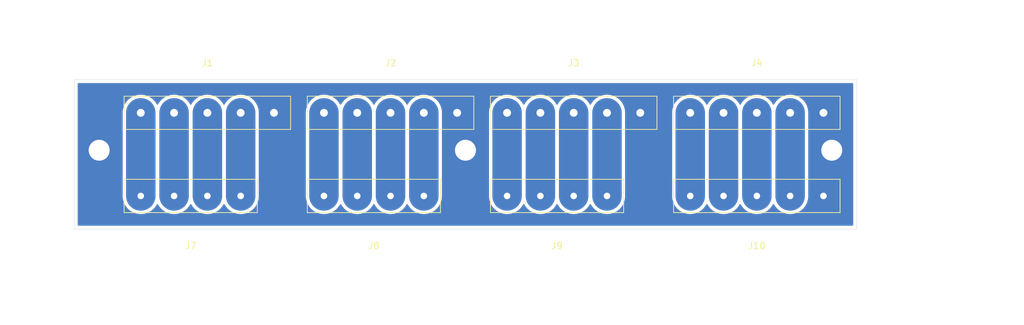
<source format=kicad_pcb>
(kicad_pcb (version 20171130) (host pcbnew "(5.1.6)-1")

  (general
    (thickness 1.6)
    (drawings 13)
    (tracks 19)
    (zones 0)
    (modules 8)
    (nets 18)
  )

  (page A4)
  (layers
    (0 F.Cu signal)
    (31 B.Cu signal)
    (32 B.Adhes user)
    (33 F.Adhes user)
    (34 B.Paste user)
    (35 F.Paste user)
    (36 B.SilkS user)
    (37 F.SilkS user)
    (38 B.Mask user)
    (39 F.Mask user)
    (40 Dwgs.User user)
    (41 Cmts.User user)
    (42 Eco1.User user)
    (43 Eco2.User user)
    (44 Edge.Cuts user)
    (45 Margin user)
    (46 B.CrtYd user)
    (47 F.CrtYd user)
    (48 B.Fab user)
    (49 F.Fab user)
  )

  (setup
    (last_trace_width 0.25)
    (user_trace_width 2.2)
    (user_trace_width 4.5)
    (trace_clearance 0.2)
    (zone_clearance 0.508)
    (zone_45_only no)
    (trace_min 0.2)
    (via_size 0.8)
    (via_drill 0.4)
    (via_min_size 0.4)
    (via_min_drill 0.3)
    (user_via 5 3.2)
    (uvia_size 0.3)
    (uvia_drill 0.1)
    (uvias_allowed no)
    (uvia_min_size 0.2)
    (uvia_min_drill 0.1)
    (edge_width 0.05)
    (segment_width 0.2)
    (pcb_text_width 0.3)
    (pcb_text_size 1.5 1.5)
    (mod_edge_width 0.12)
    (mod_text_size 1 1)
    (mod_text_width 0.15)
    (pad_size 3 3)
    (pad_drill 1)
    (pad_to_mask_clearance 0.05)
    (aux_axis_origin 0 0)
    (visible_elements 7FFFFFFF)
    (pcbplotparams
      (layerselection 0x00000_fffffffe)
      (usegerberextensions false)
      (usegerberattributes true)
      (usegerberadvancedattributes true)
      (creategerberjobfile true)
      (excludeedgelayer true)
      (linewidth 0.100000)
      (plotframeref false)
      (viasonmask false)
      (mode 1)
      (useauxorigin false)
      (hpglpennumber 1)
      (hpglpenspeed 20)
      (hpglpendiameter 15.000000)
      (psnegative false)
      (psa4output false)
      (plotreference true)
      (plotvalue true)
      (plotinvisibletext false)
      (padsonsilk false)
      (subtractmaskfromsilk false)
      (outputformat 1)
      (mirror false)
      (drillshape 0)
      (scaleselection 1)
      (outputdirectory "plot_big/"))
  )

  (net 0 "")
  (net 1 "Net-(J1-Pad1)")
  (net 2 "Net-(J1-Pad2)")
  (net 3 "Net-(J1-Pad3)")
  (net 4 "Net-(J1-Pad4)")
  (net 5 "Net-(J2-Pad4)")
  (net 6 "Net-(J2-Pad3)")
  (net 7 "Net-(J2-Pad2)")
  (net 8 "Net-(J2-Pad1)")
  (net 9 "Net-(J3-Pad1)")
  (net 10 "Net-(J3-Pad2)")
  (net 11 "Net-(J3-Pad3)")
  (net 12 "Net-(J3-Pad4)")
  (net 13 "Net-(J10-Pad2)")
  (net 14 "Net-(J10-Pad3)")
  (net 15 "Net-(J10-Pad4)")
  (net 16 GND)
  (net 17 "Net-(J10-Pad5)")

  (net_class Default "This is the default net class."
    (clearance 0.2)
    (trace_width 0.25)
    (via_dia 0.8)
    (via_drill 0.4)
    (uvia_dia 0.3)
    (uvia_drill 0.1)
    (add_net GND)
    (add_net "Net-(J1-Pad1)")
    (add_net "Net-(J1-Pad2)")
    (add_net "Net-(J1-Pad3)")
    (add_net "Net-(J1-Pad4)")
    (add_net "Net-(J10-Pad2)")
    (add_net "Net-(J10-Pad3)")
    (add_net "Net-(J10-Pad4)")
    (add_net "Net-(J10-Pad5)")
    (add_net "Net-(J2-Pad1)")
    (add_net "Net-(J2-Pad2)")
    (add_net "Net-(J2-Pad3)")
    (add_net "Net-(J2-Pad4)")
    (add_net "Net-(J3-Pad1)")
    (add_net "Net-(J3-Pad2)")
    (add_net "Net-(J3-Pad3)")
    (add_net "Net-(J3-Pad4)")
  )

  (module cnc3018-PCB:big_4pin (layer F.Cu) (tedit 62433B71) (tstamp 624395C7)
    (at 17.78 -5.08 180)
    (path /6243E197)
    (fp_text reference J7 (at 0 -7.62) (layer F.SilkS)
      (effects (font (size 1 1) (thickness 0.15)))
    )
    (fp_text value Conn_01x04 (at 0 -5.08) (layer F.Fab)
      (effects (font (size 1 1) (thickness 0.15)))
    )
    (fp_line (start -10.16 -2.54) (end -10.16 2.54) (layer F.SilkS) (width 0.12))
    (fp_line (start -10.16 2.54) (end 10.16 2.54) (layer F.SilkS) (width 0.12))
    (fp_line (start 10.16 2.54) (end 10.16 -2.54) (layer F.SilkS) (width 0.12))
    (fp_line (start 10.16 -2.54) (end -10.16 -2.54) (layer F.SilkS) (width 0.12))
    (pad 4 thru_hole circle (at 7.62 0 180) (size 3 3) (drill 1) (layers *.Cu *.Mask)
      (net 1 "Net-(J1-Pad1)"))
    (pad 3 thru_hole circle (at 2.54 0 180) (size 3 3) (drill 1) (layers *.Cu *.Mask)
      (net 2 "Net-(J1-Pad2)"))
    (pad 2 thru_hole circle (at -2.54 0 180) (size 3 3) (drill 1) (layers *.Cu *.Mask)
      (net 3 "Net-(J1-Pad3)"))
    (pad 1 thru_hole circle (at -7.62 0 180) (size 3 3) (drill 1) (layers *.Cu *.Mask)
      (net 4 "Net-(J1-Pad4)"))
  )

  (module cnc3018-PCB:big_4pin (layer F.Cu) (tedit 6243318B) (tstamp 624395D3)
    (at 45.72 -5.08 180)
    (path /6243E731)
    (fp_text reference J8 (at 0 -7.62) (layer F.SilkS)
      (effects (font (size 1 1) (thickness 0.15)))
    )
    (fp_text value Conn_01x04 (at 0 -5.08) (layer F.Fab)
      (effects (font (size 1 1) (thickness 0.15)))
    )
    (fp_line (start 10.16 -2.54) (end -10.16 -2.54) (layer F.SilkS) (width 0.12))
    (fp_line (start 10.16 2.54) (end 10.16 -2.54) (layer F.SilkS) (width 0.12))
    (fp_line (start -10.16 2.54) (end 10.16 2.54) (layer F.SilkS) (width 0.12))
    (fp_line (start -10.16 -2.54) (end -10.16 2.54) (layer F.SilkS) (width 0.12))
    (pad 1 thru_hole circle (at -7.62 0 180) (size 3 3) (drill 1) (layers *.Cu *.Mask)
      (net 5 "Net-(J2-Pad4)"))
    (pad 2 thru_hole circle (at -2.54 0 180) (size 3 3) (drill 1) (layers *.Cu *.Mask)
      (net 6 "Net-(J2-Pad3)"))
    (pad 3 thru_hole circle (at 2.54 0 180) (size 3 3) (drill 1) (layers *.Cu *.Mask)
      (net 7 "Net-(J2-Pad2)"))
    (pad 4 thru_hole circle (at 7.62 0 180) (size 3 3) (drill 1) (layers *.Cu *.Mask)
      (net 8 "Net-(J2-Pad1)"))
  )

  (module cnc3018-PCB:big_4pin (layer F.Cu) (tedit 6243318B) (tstamp 624395DF)
    (at 73.66 -5.08 180)
    (path /6243EC61)
    (fp_text reference J9 (at 0 -7.62) (layer F.SilkS)
      (effects (font (size 1 1) (thickness 0.15)))
    )
    (fp_text value Conn_01x04 (at 0 -5.08) (layer F.Fab)
      (effects (font (size 1 1) (thickness 0.15)))
    )
    (fp_line (start -10.16 -2.54) (end -10.16 2.54) (layer F.SilkS) (width 0.12))
    (fp_line (start -10.16 2.54) (end 10.16 2.54) (layer F.SilkS) (width 0.12))
    (fp_line (start 10.16 2.54) (end 10.16 -2.54) (layer F.SilkS) (width 0.12))
    (fp_line (start 10.16 -2.54) (end -10.16 -2.54) (layer F.SilkS) (width 0.12))
    (pad 4 thru_hole circle (at 7.62 0 180) (size 3 3) (drill 1) (layers *.Cu *.Mask)
      (net 9 "Net-(J3-Pad1)"))
    (pad 3 thru_hole circle (at 2.54 0 180) (size 3 3) (drill 1) (layers *.Cu *.Mask)
      (net 10 "Net-(J3-Pad2)"))
    (pad 2 thru_hole circle (at -2.54 0 180) (size 3 3) (drill 1) (layers *.Cu *.Mask)
      (net 11 "Net-(J3-Pad3)"))
    (pad 1 thru_hole circle (at -7.62 0 180) (size 3 3) (drill 1) (layers *.Cu *.Mask)
      (net 12 "Net-(J3-Pad4)"))
  )

  (module cnc3018-PCB:big_5pin (layer F.Cu) (tedit 627947AE) (tstamp 62793970)
    (at 20.32 -17.78)
    (path /6279C21D)
    (fp_text reference J1 (at 0 -7.62) (layer F.SilkS)
      (effects (font (size 1 1) (thickness 0.15)))
    )
    (fp_text value Conn_01x05 (at 0 -5.08) (layer F.Fab)
      (effects (font (size 1 1) (thickness 0.15)))
    )
    (fp_line (start -12.7 -2.54) (end -12.7 2.54) (layer F.SilkS) (width 0.12))
    (fp_line (start -12.7 2.54) (end 12.7 2.54) (layer F.SilkS) (width 0.12))
    (fp_line (start 12.7 2.54) (end 12.7 -2.54) (layer F.SilkS) (width 0.12))
    (fp_line (start 12.7 -2.54) (end -12.7 -2.54) (layer F.SilkS) (width 0.12))
    (pad 5 thru_hole circle (at 10.16 0) (size 3 3) (drill 1.2) (layers *.Cu *.Mask)
      (net 16 GND))
    (pad 4 thru_hole circle (at 5.08 0) (size 3 3) (drill 1.2) (layers *.Cu *.Mask)
      (net 4 "Net-(J1-Pad4)"))
    (pad 3 thru_hole circle (at 0 0) (size 3 3) (drill 1.2) (layers *.Cu *.Mask)
      (net 3 "Net-(J1-Pad3)"))
    (pad 2 thru_hole circle (at -5.08 0) (size 3 3) (drill 1.2) (layers *.Cu *.Mask)
      (net 2 "Net-(J1-Pad2)"))
    (pad 1 thru_hole circle (at -10.16 0) (size 3 3) (drill 1.2) (layers *.Cu *.Mask)
      (net 1 "Net-(J1-Pad1)"))
  )

  (module cnc3018-PCB:big_5pin (layer F.Cu) (tedit 6243316F) (tstamp 6279397D)
    (at 48.26 -17.78)
    (path /6279C86C)
    (fp_text reference J2 (at 0 -7.62) (layer F.SilkS)
      (effects (font (size 1 1) (thickness 0.15)))
    )
    (fp_text value Conn_01x05 (at 0 -5.08) (layer F.Fab)
      (effects (font (size 1 1) (thickness 0.15)))
    )
    (fp_line (start 12.7 -2.54) (end -12.7 -2.54) (layer F.SilkS) (width 0.12))
    (fp_line (start 12.7 2.54) (end 12.7 -2.54) (layer F.SilkS) (width 0.12))
    (fp_line (start -12.7 2.54) (end 12.7 2.54) (layer F.SilkS) (width 0.12))
    (fp_line (start -12.7 -2.54) (end -12.7 2.54) (layer F.SilkS) (width 0.12))
    (pad 1 thru_hole circle (at -10.16 0) (size 3 3) (drill 1.2) (layers *.Cu *.Mask)
      (net 8 "Net-(J2-Pad1)"))
    (pad 2 thru_hole circle (at -5.08 0) (size 3 3) (drill 1.2) (layers *.Cu *.Mask)
      (net 7 "Net-(J2-Pad2)"))
    (pad 3 thru_hole circle (at 0 0) (size 3 3) (drill 1.2) (layers *.Cu *.Mask)
      (net 6 "Net-(J2-Pad3)"))
    (pad 4 thru_hole circle (at 5.08 0) (size 3 3) (drill 1.2) (layers *.Cu *.Mask)
      (net 5 "Net-(J2-Pad4)"))
    (pad 5 thru_hole circle (at 10.16 0) (size 3 3) (drill 1.2) (layers *.Cu *.Mask)
      (net 16 GND))
  )

  (module cnc3018-PCB:big_5pin (layer F.Cu) (tedit 6243316F) (tstamp 6279398A)
    (at 76.2 -17.78)
    (path /6279D540)
    (fp_text reference J3 (at 0 -7.62) (layer F.SilkS)
      (effects (font (size 1 1) (thickness 0.15)))
    )
    (fp_text value Conn_01x05 (at 0 -5.08) (layer F.Fab)
      (effects (font (size 1 1) (thickness 0.15)))
    )
    (fp_line (start -12.7 -2.54) (end -12.7 2.54) (layer F.SilkS) (width 0.12))
    (fp_line (start -12.7 2.54) (end 12.7 2.54) (layer F.SilkS) (width 0.12))
    (fp_line (start 12.7 2.54) (end 12.7 -2.54) (layer F.SilkS) (width 0.12))
    (fp_line (start 12.7 -2.54) (end -12.7 -2.54) (layer F.SilkS) (width 0.12))
    (pad 5 thru_hole circle (at 10.16 0) (size 3 3) (drill 1.2) (layers *.Cu *.Mask)
      (net 16 GND))
    (pad 4 thru_hole circle (at 5.08 0) (size 3 3) (drill 1.2) (layers *.Cu *.Mask)
      (net 12 "Net-(J3-Pad4)"))
    (pad 3 thru_hole circle (at 0 0) (size 3 3) (drill 1.2) (layers *.Cu *.Mask)
      (net 11 "Net-(J3-Pad3)"))
    (pad 2 thru_hole circle (at -5.08 0) (size 3 3) (drill 1.2) (layers *.Cu *.Mask)
      (net 10 "Net-(J3-Pad2)"))
    (pad 1 thru_hole circle (at -10.16 0) (size 3 3) (drill 1.2) (layers *.Cu *.Mask)
      (net 9 "Net-(J3-Pad1)"))
  )

  (module cnc3018-PCB:big_5pin (layer F.Cu) (tedit 6243316F) (tstamp 62793997)
    (at 104.14 -17.78)
    (path /6279D69E)
    (fp_text reference J4 (at 0 -7.62) (layer F.SilkS)
      (effects (font (size 1 1) (thickness 0.15)))
    )
    (fp_text value Conn_01x05 (at 0 -5.08) (layer F.Fab)
      (effects (font (size 1 1) (thickness 0.15)))
    )
    (fp_line (start 12.7 -2.54) (end -12.7 -2.54) (layer F.SilkS) (width 0.12))
    (fp_line (start 12.7 2.54) (end 12.7 -2.54) (layer F.SilkS) (width 0.12))
    (fp_line (start -12.7 2.54) (end 12.7 2.54) (layer F.SilkS) (width 0.12))
    (fp_line (start -12.7 -2.54) (end -12.7 2.54) (layer F.SilkS) (width 0.12))
    (pad 1 thru_hole circle (at -10.16 0) (size 3 3) (drill 1.2) (layers *.Cu *.Mask)
      (net 17 "Net-(J10-Pad5)"))
    (pad 2 thru_hole circle (at -5.08 0) (size 3 3) (drill 1.2) (layers *.Cu *.Mask)
      (net 15 "Net-(J10-Pad4)"))
    (pad 3 thru_hole circle (at 0 0) (size 3 3) (drill 1.2) (layers *.Cu *.Mask)
      (net 14 "Net-(J10-Pad3)"))
    (pad 4 thru_hole circle (at 5.08 0) (size 3 3) (drill 1.2) (layers *.Cu *.Mask)
      (net 13 "Net-(J10-Pad2)"))
    (pad 5 thru_hole circle (at 10.16 0) (size 3 3) (drill 1.2) (layers *.Cu *.Mask)
      (net 16 GND))
  )

  (module cnc3018-PCB:big_5pin (layer F.Cu) (tedit 6243316F) (tstamp 62794BE5)
    (at 104.14 -5.08 180)
    (path /627C5BAF)
    (fp_text reference J10 (at 0 -7.62) (layer F.SilkS)
      (effects (font (size 1 1) (thickness 0.15)))
    )
    (fp_text value Conn_01x05 (at 0 -5.08) (layer F.Fab)
      (effects (font (size 1 1) (thickness 0.15)))
    )
    (fp_line (start -12.7 -2.54) (end -12.7 2.54) (layer F.SilkS) (width 0.12))
    (fp_line (start -12.7 2.54) (end 12.7 2.54) (layer F.SilkS) (width 0.12))
    (fp_line (start 12.7 2.54) (end 12.7 -2.54) (layer F.SilkS) (width 0.12))
    (fp_line (start 12.7 -2.54) (end -12.7 -2.54) (layer F.SilkS) (width 0.12))
    (pad 5 thru_hole circle (at 10.16 0 180) (size 3 3) (drill 1) (layers *.Cu *.Mask)
      (net 17 "Net-(J10-Pad5)"))
    (pad 4 thru_hole circle (at 5.08 0 180) (size 3 3) (drill 1) (layers *.Cu *.Mask)
      (net 15 "Net-(J10-Pad4)"))
    (pad 3 thru_hole circle (at 0 0 180) (size 3 3) (drill 1) (layers *.Cu *.Mask)
      (net 14 "Net-(J10-Pad3)"))
    (pad 2 thru_hole circle (at -5.08 0 180) (size 3 3) (drill 1) (layers *.Cu *.Mask)
      (net 13 "Net-(J10-Pad2)"))
    (pad 1 thru_hole circle (at -10.16 0 180) (size 3 3) (drill 1) (layers *.Cu *.Mask)
      (net 16 GND))
  )

  (dimension 27.94 (width 0.15) (layer Dwgs.User)
    (gr_text "27.940 mm" (at 24.13 8.92) (layer Dwgs.User)
      (effects (font (size 1 1) (thickness 0.15)))
    )
    (feature1 (pts (xy 10.16 -5.08) (xy 10.16 8.206421)))
    (feature2 (pts (xy 38.1 -5.08) (xy 38.1 8.206421)))
    (crossbar (pts (xy 38.1 7.62) (xy 10.16 7.62)))
    (arrow1a (pts (xy 10.16 7.62) (xy 11.286504 7.033579)))
    (arrow1b (pts (xy 10.16 7.62) (xy 11.286504 8.206421)))
    (arrow2a (pts (xy 38.1 7.62) (xy 36.973496 7.033579)))
    (arrow2b (pts (xy 38.1 7.62) (xy 36.973496 8.206421)))
  )
  (dimension 5.08 (width 0.15) (layer Dwgs.User)
    (gr_text "5.080 mm" (at -7.65 -20.32 90) (layer Dwgs.User)
      (effects (font (size 1 1) (thickness 0.15)))
    )
    (feature1 (pts (xy 10.16 -22.86) (xy -6.936421 -22.86)))
    (feature2 (pts (xy 10.16 -17.78) (xy -6.936421 -17.78)))
    (crossbar (pts (xy -6.35 -17.78) (xy -6.35 -22.86)))
    (arrow1a (pts (xy -6.35 -22.86) (xy -5.763579 -21.733496)))
    (arrow1b (pts (xy -6.35 -22.86) (xy -6.936421 -21.733496)))
    (arrow2a (pts (xy -6.35 -17.78) (xy -5.763579 -18.906504)))
    (arrow2b (pts (xy -6.35 -17.78) (xy -6.936421 -18.906504)))
  )
  (dimension 10.16 (width 0.15) (layer Dwgs.User)
    (gr_text "10.160 mm" (at 5.08 7.65) (layer Dwgs.User)
      (effects (font (size 1 1) (thickness 0.15)))
    )
    (feature1 (pts (xy 0 -17.78) (xy 0 6.936421)))
    (feature2 (pts (xy 10.16 -17.78) (xy 10.16 6.936421)))
    (crossbar (pts (xy 10.16 6.35) (xy 0 6.35)))
    (arrow1a (pts (xy 0 6.35) (xy 1.126504 5.763579)))
    (arrow1b (pts (xy 0 6.35) (xy 1.126504 6.936421)))
    (arrow2a (pts (xy 10.16 6.35) (xy 9.033496 5.763579)))
    (arrow2b (pts (xy 10.16 6.35) (xy 9.033496 6.936421)))
  )
  (dimension 55.88 (width 0.15) (layer Dwgs.User)
    (gr_text "55.880 mm" (at 31.75 -34.32) (layer Dwgs.User)
      (effects (font (size 1 1) (thickness 0.15)))
    )
    (feature1 (pts (xy 59.69 -11.43) (xy 59.69 -33.606421)))
    (feature2 (pts (xy 3.81 -11.43) (xy 3.81 -33.606421)))
    (crossbar (pts (xy 3.81 -33.02) (xy 59.69 -33.02)))
    (arrow1a (pts (xy 59.69 -33.02) (xy 58.563496 -32.433579)))
    (arrow1b (pts (xy 59.69 -33.02) (xy 58.563496 -33.606421)))
    (arrow2a (pts (xy 3.81 -33.02) (xy 4.936504 -32.433579)))
    (arrow2b (pts (xy 3.81 -33.02) (xy 4.936504 -33.606421)))
  )
  (dimension 3.81 (width 0.15) (layer Dwgs.User)
    (gr_text "3.810 mm" (at 1.905 -34.32) (layer Dwgs.User)
      (effects (font (size 1 1) (thickness 0.15)))
    )
    (feature1 (pts (xy 0 -11.43) (xy 0 -33.606421)))
    (feature2 (pts (xy 3.81 -11.43) (xy 3.81 -33.606421)))
    (crossbar (pts (xy 3.81 -33.02) (xy 0 -33.02)))
    (arrow1a (pts (xy 0 -33.02) (xy 1.126504 -33.606421)))
    (arrow1b (pts (xy 0 -33.02) (xy 1.126504 -32.433579)))
    (arrow2a (pts (xy 3.81 -33.02) (xy 2.683496 -33.606421)))
    (arrow2b (pts (xy 3.81 -33.02) (xy 2.683496 -32.433579)))
  )
  (dimension 3.81 (width 0.15) (layer Dwgs.User)
    (gr_text "3.810 mm" (at 117.475 -29.24) (layer Dwgs.User)
      (effects (font (size 1 1) (thickness 0.15)))
    )
    (feature1 (pts (xy 119.38 -11.43) (xy 119.38 -28.526421)))
    (feature2 (pts (xy 115.57 -11.43) (xy 115.57 -28.526421)))
    (crossbar (pts (xy 115.57 -27.94) (xy 119.38 -27.94)))
    (arrow1a (pts (xy 119.38 -27.94) (xy 118.253496 -27.353579)))
    (arrow1b (pts (xy 119.38 -27.94) (xy 118.253496 -28.526421)))
    (arrow2a (pts (xy 115.57 -27.94) (xy 116.696504 -27.353579)))
    (arrow2b (pts (xy 115.57 -27.94) (xy 116.696504 -28.526421)))
  )
  (dimension 12.065 (width 0.15) (layer Dwgs.User)
    (gr_text "12.065 mm" (at 127.03 -6.0325 270) (layer Dwgs.User)
      (effects (font (size 1 1) (thickness 0.15)))
    )
    (feature1 (pts (xy 115.57 0) (xy 126.316421 0)))
    (feature2 (pts (xy 115.57 -12.065) (xy 126.316421 -12.065)))
    (crossbar (pts (xy 125.73 -12.065) (xy 125.73 0)))
    (arrow1a (pts (xy 125.73 0) (xy 125.143579 -1.126504)))
    (arrow1b (pts (xy 125.73 0) (xy 126.316421 -1.126504)))
    (arrow2a (pts (xy 125.73 -12.065) (xy 125.143579 -10.938496)))
    (arrow2b (pts (xy 125.73 -12.065) (xy 126.316421 -10.938496)))
  )
  (dimension 119.38 (width 0.15) (layer Dwgs.User)
    (gr_text "119.380 mm" (at 59.69 15.27) (layer Dwgs.User)
      (effects (font (size 1 1) (thickness 0.15)))
    )
    (feature1 (pts (xy 119.38 0) (xy 119.38 14.556421)))
    (feature2 (pts (xy 0 0) (xy 0 14.556421)))
    (crossbar (pts (xy 0 13.97) (xy 119.38 13.97)))
    (arrow1a (pts (xy 119.38 13.97) (xy 118.253496 14.556421)))
    (arrow1b (pts (xy 119.38 13.97) (xy 118.253496 13.383579)))
    (arrow2a (pts (xy 0 13.97) (xy 1.126504 14.556421)))
    (arrow2b (pts (xy 0 13.97) (xy 1.126504 13.383579)))
  )
  (dimension 22.86 (width 0.15) (layer Dwgs.User)
    (gr_text "22.860 mm" (at 143.54 -11.43 270) (layer Dwgs.User)
      (effects (font (size 1 1) (thickness 0.15)))
    )
    (feature1 (pts (xy 119.38 0) (xy 142.826421 0)))
    (feature2 (pts (xy 119.38 -22.86) (xy 142.826421 -22.86)))
    (crossbar (pts (xy 142.24 -22.86) (xy 142.24 0)))
    (arrow1a (pts (xy 142.24 0) (xy 141.653579 -1.126504)))
    (arrow1b (pts (xy 142.24 0) (xy 142.826421 -1.126504)))
    (arrow2a (pts (xy 142.24 -22.86) (xy 141.653579 -21.733496)))
    (arrow2b (pts (xy 142.24 -22.86) (xy 142.826421 -21.733496)))
  )
  (gr_line (start 119.38 -22.86) (end 0 -22.86) (layer Edge.Cuts) (width 0.05) (tstamp 62439A9A))
  (gr_line (start 119.38 0) (end 119.38 -22.86) (layer Edge.Cuts) (width 0.05))
  (gr_line (start 0 0) (end 119.38 0) (layer Edge.Cuts) (width 0.05))
  (gr_line (start 0 -22.86) (end 0 0) (layer Edge.Cuts) (width 0.05))

  (segment (start 10.16 -17.78) (end 10.16 -5.08) (width 4.5) (layer B.Cu) (net 1))
  (segment (start 15.24 -17.78) (end 15.24 -5.08) (width 4.5) (layer B.Cu) (net 2))
  (segment (start 20.32 -17.78) (end 20.32 -5.08) (width 4.5) (layer B.Cu) (net 3))
  (segment (start 25.4 -17.78) (end 25.4 -5.08) (width 4.5) (layer B.Cu) (net 4))
  (segment (start 53.34 -17.78) (end 53.34 -5.08) (width 4.5) (layer B.Cu) (net 5))
  (segment (start 48.26 -17.78) (end 48.26 -5.08) (width 4.5) (layer B.Cu) (net 6))
  (segment (start 43.18 -17.78) (end 43.18 -5.08) (width 4.5) (layer B.Cu) (net 7))
  (segment (start 38.1 -17.78) (end 38.1 -5.08) (width 4.5) (layer B.Cu) (net 8))
  (segment (start 66.04 -17.78) (end 66.04 -5.08) (width 4.5) (layer B.Cu) (net 9))
  (segment (start 71.12 -17.78) (end 71.12 -5.08) (width 4.5) (layer B.Cu) (net 10))
  (segment (start 76.2 -17.78) (end 76.2 -5.08) (width 4.5) (layer B.Cu) (net 11))
  (segment (start 81.28 -17.78) (end 81.28 -5.08) (width 4.5) (layer B.Cu) (net 12))
  (segment (start 109.22 -17.78) (end 109.22 -5.08) (width 4.5) (layer B.Cu) (net 13))
  (segment (start 104.14 -17.78) (end 104.14 -5.08) (width 4.5) (layer B.Cu) (net 14))
  (segment (start 99.06 -17.78) (end 99.06 -5.08) (width 4.5) (layer B.Cu) (net 15))
  (segment (start 93.98 -17.78) (end 93.98 -5.08) (width 4.5) (layer B.Cu) (net 17))
  (via (at 3.81 -12.065) (size 5) (drill 3.2) (layers F.Cu B.Cu) (net 16))
  (via (at 59.69 -12.065) (size 5) (drill 3.2) (layers F.Cu B.Cu) (net 16))
  (via (at 115.57 -12.065) (size 5) (drill 3.2) (layers F.Cu B.Cu) (net 16))

  (zone (net 16) (net_name GND) (layer B.Cu) (tstamp 627954F9) (hatch edge 0.508)
    (connect_pads yes (clearance 0.508))
    (min_thickness 0.254)
    (fill yes (arc_segments 32) (thermal_gap 0.3) (thermal_bridge_width 0.3))
    (polygon
      (pts
        (xy 119.38 0) (xy 0 0) (xy 0 -22.86) (xy 119.38 -22.86)
      )
    )
    (filled_polygon
      (pts
        (xy 118.72 -0.66) (xy 0.66 -0.66) (xy 0.66 -17.921726) (xy 7.275 -17.921726) (xy 7.275001 -4.938273)
        (xy 7.316745 -4.514441) (xy 7.481712 -3.970616) (xy 7.749605 -3.469425) (xy 8.110127 -3.030126) (xy 8.549426 -2.669604)
        (xy 9.050617 -2.401711) (xy 9.594442 -2.236744) (xy 10.16 -2.181041) (xy 10.725559 -2.236744) (xy 11.269384 -2.401711)
        (xy 11.770575 -2.669604) (xy 12.209874 -3.030126) (xy 12.570396 -3.469425) (xy 12.700001 -3.711897) (xy 12.829605 -3.469425)
        (xy 13.190127 -3.030126) (xy 13.629426 -2.669604) (xy 14.130617 -2.401711) (xy 14.674442 -2.236744) (xy 15.24 -2.181041)
        (xy 15.805559 -2.236744) (xy 16.349384 -2.401711) (xy 16.850575 -2.669604) (xy 17.289874 -3.030126) (xy 17.650396 -3.469425)
        (xy 17.780001 -3.711897) (xy 17.909605 -3.469425) (xy 18.270127 -3.030126) (xy 18.709426 -2.669604) (xy 19.210617 -2.401711)
        (xy 19.754442 -2.236744) (xy 20.32 -2.181041) (xy 20.885559 -2.236744) (xy 21.429384 -2.401711) (xy 21.930575 -2.669604)
        (xy 22.369874 -3.030126) (xy 22.730396 -3.469425) (xy 22.860001 -3.711897) (xy 22.989605 -3.469425) (xy 23.350127 -3.030126)
        (xy 23.789426 -2.669604) (xy 24.290617 -2.401711) (xy 24.834442 -2.236744) (xy 25.4 -2.181041) (xy 25.965559 -2.236744)
        (xy 26.509384 -2.401711) (xy 27.010575 -2.669604) (xy 27.449874 -3.030126) (xy 27.810396 -3.469425) (xy 28.078289 -3.970616)
        (xy 28.243256 -4.514441) (xy 28.285 -4.938273) (xy 28.285 -17.921726) (xy 35.215 -17.921726) (xy 35.215001 -4.938273)
        (xy 35.256745 -4.514441) (xy 35.421712 -3.970616) (xy 35.689605 -3.469425) (xy 36.050127 -3.030126) (xy 36.489426 -2.669604)
        (xy 36.990617 -2.401711) (xy 37.534442 -2.236744) (xy 38.1 -2.181041) (xy 38.665559 -2.236744) (xy 39.209384 -2.401711)
        (xy 39.710575 -2.669604) (xy 40.149874 -3.030126) (xy 40.510396 -3.469425) (xy 40.640001 -3.711897) (xy 40.769605 -3.469425)
        (xy 41.130127 -3.030126) (xy 41.569426 -2.669604) (xy 42.070617 -2.401711) (xy 42.614442 -2.236744) (xy 43.18 -2.181041)
        (xy 43.745559 -2.236744) (xy 44.289384 -2.401711) (xy 44.790575 -2.669604) (xy 45.229874 -3.030126) (xy 45.590396 -3.469425)
        (xy 45.720001 -3.711897) (xy 45.849605 -3.469425) (xy 46.210127 -3.030126) (xy 46.649426 -2.669604) (xy 47.150617 -2.401711)
        (xy 47.694442 -2.236744) (xy 48.26 -2.181041) (xy 48.825559 -2.236744) (xy 49.369384 -2.401711) (xy 49.870575 -2.669604)
        (xy 50.309874 -3.030126) (xy 50.670396 -3.469425) (xy 50.800001 -3.711897) (xy 50.929605 -3.469425) (xy 51.290127 -3.030126)
        (xy 51.729426 -2.669604) (xy 52.230617 -2.401711) (xy 52.774442 -2.236744) (xy 53.34 -2.181041) (xy 53.905559 -2.236744)
        (xy 54.449384 -2.401711) (xy 54.950575 -2.669604) (xy 55.389874 -3.030126) (xy 55.750396 -3.469425) (xy 56.018289 -3.970616)
        (xy 56.183256 -4.514441) (xy 56.225 -4.938273) (xy 56.225 -17.921726) (xy 63.155 -17.921726) (xy 63.155001 -4.938273)
        (xy 63.196745 -4.514441) (xy 63.361712 -3.970616) (xy 63.629605 -3.469425) (xy 63.990127 -3.030126) (xy 64.429426 -2.669604)
        (xy 64.930617 -2.401711) (xy 65.474442 -2.236744) (xy 66.04 -2.181041) (xy 66.605559 -2.236744) (xy 67.149384 -2.401711)
        (xy 67.650575 -2.669604) (xy 68.089874 -3.030126) (xy 68.450396 -3.469425) (xy 68.580001 -3.711897) (xy 68.709605 -3.469425)
        (xy 69.070127 -3.030126) (xy 69.509426 -2.669604) (xy 70.010617 -2.401711) (xy 70.554442 -2.236744) (xy 71.12 -2.181041)
        (xy 71.685559 -2.236744) (xy 72.229384 -2.401711) (xy 72.730575 -2.669604) (xy 73.169874 -3.030126) (xy 73.530396 -3.469425)
        (xy 73.660001 -3.711897) (xy 73.789605 -3.469425) (xy 74.150127 -3.030126) (xy 74.589426 -2.669604) (xy 75.090617 -2.401711)
        (xy 75.634442 -2.236744) (xy 76.2 -2.181041) (xy 76.765559 -2.236744) (xy 77.309384 -2.401711) (xy 77.810575 -2.669604)
        (xy 78.249874 -3.030126) (xy 78.610396 -3.469425) (xy 78.740001 -3.711897) (xy 78.869605 -3.469425) (xy 79.230127 -3.030126)
        (xy 79.669426 -2.669604) (xy 80.170617 -2.401711) (xy 80.714442 -2.236744) (xy 81.28 -2.181041) (xy 81.845559 -2.236744)
        (xy 82.389384 -2.401711) (xy 82.890575 -2.669604) (xy 83.329874 -3.030126) (xy 83.690396 -3.469425) (xy 83.958289 -3.970616)
        (xy 84.123256 -4.514441) (xy 84.165 -4.938273) (xy 84.165 -17.921726) (xy 91.095 -17.921726) (xy 91.095001 -4.938273)
        (xy 91.136745 -4.514441) (xy 91.301712 -3.970616) (xy 91.569605 -3.469425) (xy 91.930127 -3.030126) (xy 92.369426 -2.669604)
        (xy 92.870617 -2.401711) (xy 93.414442 -2.236744) (xy 93.98 -2.181041) (xy 94.545559 -2.236744) (xy 95.089384 -2.401711)
        (xy 95.590575 -2.669604) (xy 96.029874 -3.030126) (xy 96.390396 -3.469425) (xy 96.520001 -3.711897) (xy 96.649605 -3.469425)
        (xy 97.010127 -3.030126) (xy 97.449426 -2.669604) (xy 97.950617 -2.401711) (xy 98.494442 -2.236744) (xy 99.06 -2.181041)
        (xy 99.625559 -2.236744) (xy 100.169384 -2.401711) (xy 100.670575 -2.669604) (xy 101.109874 -3.030126) (xy 101.470396 -3.469425)
        (xy 101.600001 -3.711897) (xy 101.729605 -3.469425) (xy 102.090127 -3.030126) (xy 102.529426 -2.669604) (xy 103.030617 -2.401711)
        (xy 103.574442 -2.236744) (xy 104.14 -2.181041) (xy 104.705559 -2.236744) (xy 105.249384 -2.401711) (xy 105.750575 -2.669604)
        (xy 106.189874 -3.030126) (xy 106.550396 -3.469425) (xy 106.680001 -3.711897) (xy 106.809605 -3.469425) (xy 107.170127 -3.030126)
        (xy 107.609426 -2.669604) (xy 108.110617 -2.401711) (xy 108.654442 -2.236744) (xy 109.22 -2.181041) (xy 109.785559 -2.236744)
        (xy 110.329384 -2.401711) (xy 110.830575 -2.669604) (xy 111.269874 -3.030126) (xy 111.630396 -3.469425) (xy 111.898289 -3.970616)
        (xy 112.063256 -4.514441) (xy 112.105 -4.938273) (xy 112.105 -17.921727) (xy 112.063256 -18.345559) (xy 111.898289 -18.889384)
        (xy 111.630396 -19.390575) (xy 111.269873 -19.829874) (xy 110.830574 -20.190396) (xy 110.329383 -20.458289) (xy 109.785558 -20.623256)
        (xy 109.22 -20.678959) (xy 108.654441 -20.623256) (xy 108.110616 -20.458289) (xy 107.609425 -20.190396) (xy 107.170126 -19.829873)
        (xy 106.809604 -19.390574) (xy 106.68 -19.148103) (xy 106.550396 -19.390575) (xy 106.189873 -19.829874) (xy 105.750574 -20.190396)
        (xy 105.249383 -20.458289) (xy 104.705558 -20.623256) (xy 104.14 -20.678959) (xy 103.574441 -20.623256) (xy 103.030616 -20.458289)
        (xy 102.529425 -20.190396) (xy 102.090126 -19.829873) (xy 101.729604 -19.390574) (xy 101.6 -19.148103) (xy 101.470396 -19.390575)
        (xy 101.109873 -19.829874) (xy 100.670574 -20.190396) (xy 100.169383 -20.458289) (xy 99.625558 -20.623256) (xy 99.06 -20.678959)
        (xy 98.494441 -20.623256) (xy 97.950616 -20.458289) (xy 97.449425 -20.190396) (xy 97.010126 -19.829873) (xy 96.649604 -19.390574)
        (xy 96.52 -19.148103) (xy 96.390396 -19.390575) (xy 96.029873 -19.829874) (xy 95.590574 -20.190396) (xy 95.089383 -20.458289)
        (xy 94.545558 -20.623256) (xy 93.98 -20.678959) (xy 93.414441 -20.623256) (xy 92.870616 -20.458289) (xy 92.369425 -20.190396)
        (xy 91.930126 -19.829873) (xy 91.569604 -19.390574) (xy 91.301711 -18.889383) (xy 91.136744 -18.345558) (xy 91.095 -17.921726)
        (xy 84.165 -17.921726) (xy 84.165 -17.921727) (xy 84.123256 -18.345559) (xy 83.958289 -18.889384) (xy 83.690396 -19.390575)
        (xy 83.329873 -19.829874) (xy 82.890574 -20.190396) (xy 82.389383 -20.458289) (xy 81.845558 -20.623256) (xy 81.28 -20.678959)
        (xy 80.714441 -20.623256) (xy 80.170616 -20.458289) (xy 79.669425 -20.190396) (xy 79.230126 -19.829873) (xy 78.869604 -19.390574)
        (xy 78.74 -19.148103) (xy 78.610396 -19.390575) (xy 78.249873 -19.829874) (xy 77.810574 -20.190396) (xy 77.309383 -20.458289)
        (xy 76.765558 -20.623256) (xy 76.2 -20.678959) (xy 75.634441 -20.623256) (xy 75.090616 -20.458289) (xy 74.589425 -20.190396)
        (xy 74.150126 -19.829873) (xy 73.789604 -19.390574) (xy 73.66 -19.148103) (xy 73.530396 -19.390575) (xy 73.169873 -19.829874)
        (xy 72.730574 -20.190396) (xy 72.229383 -20.458289) (xy 71.685558 -20.623256) (xy 71.12 -20.678959) (xy 70.554441 -20.623256)
        (xy 70.010616 -20.458289) (xy 69.509425 -20.190396) (xy 69.070126 -19.829873) (xy 68.709604 -19.390574) (xy 68.58 -19.148103)
        (xy 68.450396 -19.390575) (xy 68.089873 -19.829874) (xy 67.650574 -20.190396) (xy 67.149383 -20.458289) (xy 66.605558 -20.623256)
        (xy 66.04 -20.678959) (xy 65.474441 -20.623256) (xy 64.930616 -20.458289) (xy 64.429425 -20.190396) (xy 63.990126 -19.829873)
        (xy 63.629604 -19.390574) (xy 63.361711 -18.889383) (xy 63.196744 -18.345558) (xy 63.155 -17.921726) (xy 56.225 -17.921726)
        (xy 56.225 -17.921727) (xy 56.183256 -18.345559) (xy 56.018289 -18.889384) (xy 55.750396 -19.390575) (xy 55.389873 -19.829874)
        (xy 54.950574 -20.190396) (xy 54.449383 -20.458289) (xy 53.905558 -20.623256) (xy 53.34 -20.678959) (xy 52.774441 -20.623256)
        (xy 52.230616 -20.458289) (xy 51.729425 -20.190396) (xy 51.290126 -19.829873) (xy 50.929604 -19.390574) (xy 50.8 -19.148103)
        (xy 50.670396 -19.390575) (xy 50.309873 -19.829874) (xy 49.870574 -20.190396) (xy 49.369383 -20.458289) (xy 48.825558 -20.623256)
        (xy 48.26 -20.678959) (xy 47.694441 -20.623256) (xy 47.150616 -20.458289) (xy 46.649425 -20.190396) (xy 46.210126 -19.829873)
        (xy 45.849604 -19.390574) (xy 45.72 -19.148103) (xy 45.590396 -19.390575) (xy 45.229873 -19.829874) (xy 44.790574 -20.190396)
        (xy 44.289383 -20.458289) (xy 43.745558 -20.623256) (xy 43.18 -20.678959) (xy 42.614441 -20.623256) (xy 42.070616 -20.458289)
        (xy 41.569425 -20.190396) (xy 41.130126 -19.829873) (xy 40.769604 -19.390574) (xy 40.64 -19.148103) (xy 40.510396 -19.390575)
        (xy 40.149873 -19.829874) (xy 39.710574 -20.190396) (xy 39.209383 -20.458289) (xy 38.665558 -20.623256) (xy 38.1 -20.678959)
        (xy 37.534441 -20.623256) (xy 36.990616 -20.458289) (xy 36.489425 -20.190396) (xy 36.050126 -19.829873) (xy 35.689604 -19.390574)
        (xy 35.421711 -18.889383) (xy 35.256744 -18.345558) (xy 35.215 -17.921726) (xy 28.285 -17.921726) (xy 28.285 -17.921727)
        (xy 28.243256 -18.345559) (xy 28.078289 -18.889384) (xy 27.810396 -19.390575) (xy 27.449873 -19.829874) (xy 27.010574 -20.190396)
        (xy 26.509383 -20.458289) (xy 25.965558 -20.623256) (xy 25.4 -20.678959) (xy 24.834441 -20.623256) (xy 24.290616 -20.458289)
        (xy 23.789425 -20.190396) (xy 23.350126 -19.829873) (xy 22.989604 -19.390574) (xy 22.86 -19.148103) (xy 22.730396 -19.390575)
        (xy 22.369873 -19.829874) (xy 21.930574 -20.190396) (xy 21.429383 -20.458289) (xy 20.885558 -20.623256) (xy 20.32 -20.678959)
        (xy 19.754441 -20.623256) (xy 19.210616 -20.458289) (xy 18.709425 -20.190396) (xy 18.270126 -19.829873) (xy 17.909604 -19.390574)
        (xy 17.78 -19.148103) (xy 17.650396 -19.390575) (xy 17.289873 -19.829874) (xy 16.850574 -20.190396) (xy 16.349383 -20.458289)
        (xy 15.805558 -20.623256) (xy 15.24 -20.678959) (xy 14.674441 -20.623256) (xy 14.130616 -20.458289) (xy 13.629425 -20.190396)
        (xy 13.190126 -19.829873) (xy 12.829604 -19.390574) (xy 12.7 -19.148103) (xy 12.570396 -19.390575) (xy 12.209873 -19.829874)
        (xy 11.770574 -20.190396) (xy 11.269383 -20.458289) (xy 10.725558 -20.623256) (xy 10.16 -20.678959) (xy 9.594441 -20.623256)
        (xy 9.050616 -20.458289) (xy 8.549425 -20.190396) (xy 8.110126 -19.829873) (xy 7.749604 -19.390574) (xy 7.481711 -18.889383)
        (xy 7.316744 -18.345558) (xy 7.275 -17.921726) (xy 0.66 -17.921726) (xy 0.66 -22.2) (xy 118.720001 -22.2)
      )
    )
  )
)

</source>
